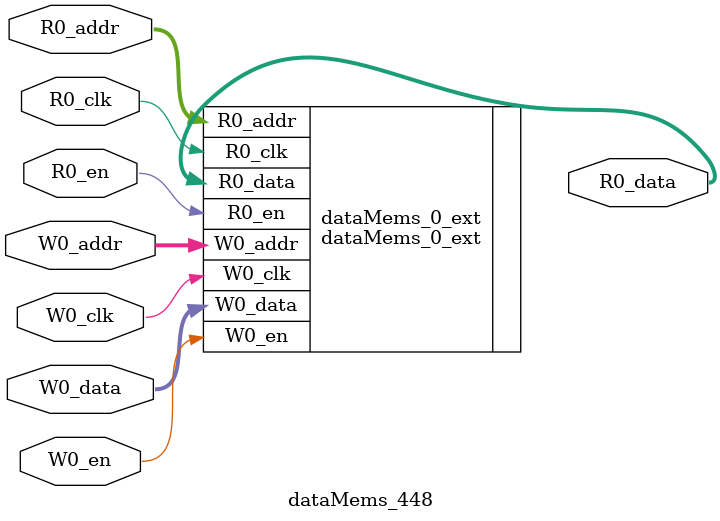
<source format=sv>
`ifndef RANDOMIZE
  `ifdef RANDOMIZE_REG_INIT
    `define RANDOMIZE
  `endif // RANDOMIZE_REG_INIT
`endif // not def RANDOMIZE
`ifndef RANDOMIZE
  `ifdef RANDOMIZE_MEM_INIT
    `define RANDOMIZE
  `endif // RANDOMIZE_MEM_INIT
`endif // not def RANDOMIZE

`ifndef RANDOM
  `define RANDOM $random
`endif // not def RANDOM

// Users can define 'PRINTF_COND' to add an extra gate to prints.
`ifndef PRINTF_COND_
  `ifdef PRINTF_COND
    `define PRINTF_COND_ (`PRINTF_COND)
  `else  // PRINTF_COND
    `define PRINTF_COND_ 1
  `endif // PRINTF_COND
`endif // not def PRINTF_COND_

// Users can define 'ASSERT_VERBOSE_COND' to add an extra gate to assert error printing.
`ifndef ASSERT_VERBOSE_COND_
  `ifdef ASSERT_VERBOSE_COND
    `define ASSERT_VERBOSE_COND_ (`ASSERT_VERBOSE_COND)
  `else  // ASSERT_VERBOSE_COND
    `define ASSERT_VERBOSE_COND_ 1
  `endif // ASSERT_VERBOSE_COND
`endif // not def ASSERT_VERBOSE_COND_

// Users can define 'STOP_COND' to add an extra gate to stop conditions.
`ifndef STOP_COND_
  `ifdef STOP_COND
    `define STOP_COND_ (`STOP_COND)
  `else  // STOP_COND
    `define STOP_COND_ 1
  `endif // STOP_COND
`endif // not def STOP_COND_

// Users can define INIT_RANDOM as general code that gets injected into the
// initializer block for modules with registers.
`ifndef INIT_RANDOM
  `define INIT_RANDOM
`endif // not def INIT_RANDOM

// If using random initialization, you can also define RANDOMIZE_DELAY to
// customize the delay used, otherwise 0.002 is used.
`ifndef RANDOMIZE_DELAY
  `define RANDOMIZE_DELAY 0.002
`endif // not def RANDOMIZE_DELAY

// Define INIT_RANDOM_PROLOG_ for use in our modules below.
`ifndef INIT_RANDOM_PROLOG_
  `ifdef RANDOMIZE
    `ifdef VERILATOR
      `define INIT_RANDOM_PROLOG_ `INIT_RANDOM
    `else  // VERILATOR
      `define INIT_RANDOM_PROLOG_ `INIT_RANDOM #`RANDOMIZE_DELAY begin end
    `endif // VERILATOR
  `else  // RANDOMIZE
    `define INIT_RANDOM_PROLOG_
  `endif // RANDOMIZE
`endif // not def INIT_RANDOM_PROLOG_

// Include register initializers in init blocks unless synthesis is set
`ifndef SYNTHESIS
  `ifndef ENABLE_INITIAL_REG_
    `define ENABLE_INITIAL_REG_
  `endif // not def ENABLE_INITIAL_REG_
`endif // not def SYNTHESIS

// Include rmemory initializers in init blocks unless synthesis is set
`ifndef SYNTHESIS
  `ifndef ENABLE_INITIAL_MEM_
    `define ENABLE_INITIAL_MEM_
  `endif // not def ENABLE_INITIAL_MEM_
`endif // not def SYNTHESIS

module dataMems_448(	// @[generators/ara/src/main/scala/UnsafeAXI4ToTL.scala:365:62]
  input  [4:0]  R0_addr,
  input         R0_en,
  input         R0_clk,
  output [66:0] R0_data,
  input  [4:0]  W0_addr,
  input         W0_en,
  input         W0_clk,
  input  [66:0] W0_data
);

  dataMems_0_ext dataMems_0_ext (	// @[generators/ara/src/main/scala/UnsafeAXI4ToTL.scala:365:62]
    .R0_addr (R0_addr),
    .R0_en   (R0_en),
    .R0_clk  (R0_clk),
    .R0_data (R0_data),
    .W0_addr (W0_addr),
    .W0_en   (W0_en),
    .W0_clk  (W0_clk),
    .W0_data (W0_data)
  );
endmodule


</source>
